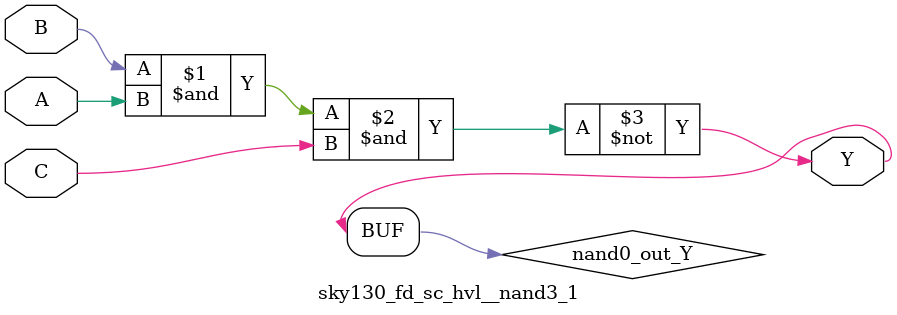
<source format=v>
module sky130_fd_sc_hvl__nand3_1 (
    Y,
    A,
    B,
    C
);
    output Y;
    input  A;
    input  B;
    input  C;
    wire nand0_out_Y;
    nand nand0 (nand0_out_Y, B, A, C        );
    buf  buf0  (Y          , nand0_out_Y    );
endmodule
</source>
